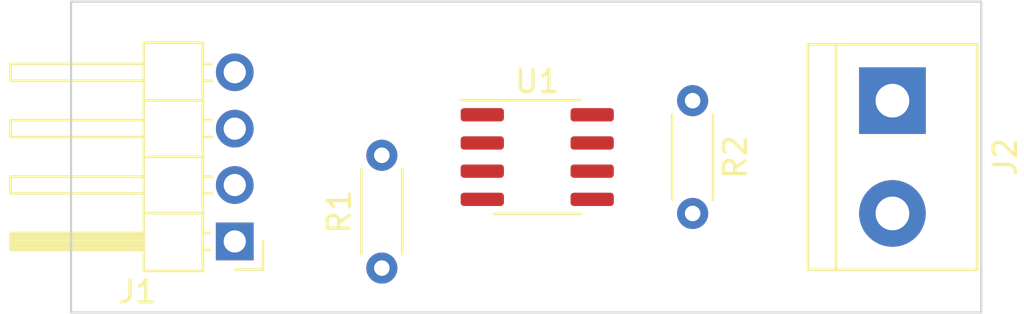
<source format=kicad_pcb>
(kicad_pcb (version 20211014) (generator pcbnew)
  (layers (0 "F.Cu" signal) (31 "B.Cu" signal) (34 "B.Paste" user) (35 "F.Paste" user) (36 "B.SilkS" user "B.Silkscreen") (37 "F.SilkS" user "F.Silkscreen") (38 "B.Mask" user) (39 "F.Mask" user) (44 "Edge.Cuts" user))
  (net 0 "")
  (net 1 "/D")
  (net 2 "/R")
  (net 3 "GND")
  (net 4 "Net-(J1-Pad4)")
  (net 5 "/CANH")
  (net 6 "/CANL")
  (net 7 "Net-(R1-Pad1)")
  (footprint "Resistor_THT:R_Axial_DIN0204_L3.6mm_D1.6mm_P5.08mm_Horizontal" (layer "F.Cu") (at 167 97.46 -90)
    (fp_text reference "R2" (at 2.54 -1.92 90) (layer "F.SilkS"))
    (fp_text value "120")
    (fp_line (start 0.62 -0.92) (end 4.46 -0.92) (layer "F.SilkS") (width 0.12))
    (fp_line (start 0.62 0.92) (end 4.46 0.92) (layer "F.SilkS") (width 0.12))
    (pad "1" thru_hole circle (at 0 0 270) (size 1.4 1.4) (drill 0.7) (layers *.Cu *.Mask) (net 5 "/CANH"))
    (pad "2" thru_hole oval (at 5.08 0 270) (size 1.4 1.4) (drill 0.7) (layers *.Cu *.Mask) (net 6 "/CANL"))
  )
  (footprint "Connector_PinHeader_2.54mm:PinHeader_1x04_P2.54mm_Horizontal" (layer "F.Cu") (at 146.375 103.8 180)
    (fp_text reference "J1" (at 4.385 -2.27) (layer "F.SilkS"))
    (fp_text value "Conn_01x04")
    (fp_line (start 1.042929 2.92) (end 1.44 2.92) (layer "F.SilkS") (width 0.12))
    (fp_line (start 10.1 8) (end 4.1 8) (layer "F.SilkS") (width 0.12))
    (fp_line (start 1.042929 7.24) (end 1.44 7.24) (layer "F.SilkS") (width 0.12))
    (fp_line (start 1.042929 4.7) (end 1.44 4.7) (layer "F.SilkS") (width 0.12))
    (fp_line (start 4.1 -1.33) (end 1.44 -1.33) (layer "F.SilkS") (width 0.12))
    (fp_line (start 1.44 8.95) (end 4.1 8.95) (layer "F.SilkS") (width 0.12))
    (fp_line (start 4.1 0.04) (end 10.1 0.04) (layer "F.SilkS") (width 0.12))
    (fp_line (start -1.27 -1.27) (end 0 -1.27) (layer "F.SilkS") (width 0.12))
    (fp_line (start -1.27 0) (end -1.27 -1.27) (layer "F.SilkS") (width 0.12))
    (fp_line (start 10.1 -0.38) (end 10.1 0.38) (layer "F.SilkS") (width 0.12))
    (fp_line (start 1.44 3.81) (end 4.1 3.81) (layer "F.SilkS") (width 0.12))
    (fp_line (start 4.1 -0.08) (end 10.1 -0.08) (layer "F.SilkS") (width 0.12))
    (fp_line (start 4.1 4.7) (end 10.1 4.7) (layer "F.SilkS") (width 0.12))
    (fp_line (start 4.1 8.95) (end 4.1 -1.33) (layer "F.SilkS") (width 0.12))
    (fp_line (start 4.1 2.16) (end 10.1 2.16) (layer "F.SilkS") (width 0.12))
    (fp_line (start 10.1 2.92) (end 4.1 2.92) (layer "F.SilkS") (width 0.12))
    (fp_line (start 1.042929 5.46) (end 1.44 5.46) (layer "F.SilkS") (width 0.12))
    (fp_line (start 1.042929 2.16) (end 1.44 2.16) (layer "F.SilkS") (width 0.12))
    (fp_line (start 1.11 0.38) (end 1.44 0.38) (layer "F.SilkS") (width 0.12))
    (fp_line (start 4.1 -0.32) (end 10.1 -0.32) (layer "F.SilkS") (width 0.12))
    (fp_line (start 1.44 1.27) (end 4.1 1.27) (layer "F.SilkS") (width 0.12))
    (fp_line (start 1.44 -1.33) (end 1.44 8.95) (layer "F.SilkS") (width 0.12))
    (fp_line (start 4.1 -0.38) (end 10.1 -0.38) (layer "F.SilkS") (width 0.12))
    (fp_line (start 4.1 -0.2) (end 10.1 -0.2) (layer "F.SilkS") (width 0.12))
    (fp_line (start 1.44 6.35) (end 4.1 6.35) (layer "F.SilkS") (width 0.12))
    (fp_line (start 4.1 0.16) (end 10.1 0.16) (layer "F.SilkS") (width 0.12))
    (fp_line (start 10.1 0.38) (end 4.1 0.38) (layer "F.SilkS") (width 0.12))
    (fp_line (start 10.1 2.16) (end 10.1 2.92) (layer "F.SilkS") (width 0.12))
    (fp_line (start 10.1 7.24) (end 10.1 8) (layer "F.SilkS") (width 0.12))
    (fp_line (start 1.042929 8) (end 1.44 8) (layer "F.SilkS") (width 0.12))
    (fp_line (start 10.1 4.7) (end 10.1 5.46) (layer "F.SilkS") (width 0.12))
    (fp_line (start 10.1 5.46) (end 4.1 5.46) (layer "F.SilkS") (width 0.12))
    (fp_line (start 4.1 0.28) (end 10.1 0.28) (layer "F.SilkS") (width 0.12))
    (fp_line (start 4.1 7.24) (end 10.1 7.24) (layer "F.SilkS") (width 0.12))
    (fp_line (start 1.11 -0.38) (end 1.44 -0.38) (layer "F.SilkS") (width 0.12))
    (pad "1" thru_hole rect (at 0 0 180) (size 1.7 1.7) (drill 1) (layers *.Cu *.Mask) (net 1 "/D"))
    (pad "2" thru_hole oval (at 0 2.54 180) (size 1.7 1.7) (drill 1) (layers *.Cu *.Mask) (net 2 "/R"))
    (pad "3" thru_hole oval (at 0 5.08 180) (size 1.7 1.7) (drill 1) (layers *.Cu *.Mask) (net 3 "GND"))
    (pad "4" thru_hole oval (at 0 7.62 180) (size 1.7 1.7) (drill 1) (layers *.Cu *.Mask) (net 4 "Net-(J1-Pad4)"))
  )
  (footprint "Resistor_THT:R_Axial_DIN0204_L3.6mm_D1.6mm_P5.08mm_Horizontal" (layer "F.Cu") (at 153 105 90)
    (fp_text reference "R1" (at 2.54 -1.92 90) (layer "F.SilkS"))
    (fp_text value "10k")
    (fp_line (start 0.62 -0.92) (end 4.46 -0.92) (layer "F.SilkS") (width 0.12))
    (fp_line (start 0.62 0.92) (end 4.46 0.92) (layer "F.SilkS") (width 0.12))
    (pad "1" thru_hole circle (at 0 0 90) (size 1.4 1.4) (drill 0.7) (layers *.Cu *.Mask) (net 7 "Net-(R1-Pad1)"))
    (pad "2" thru_hole oval (at 5.08 0 90) (size 1.4 1.4) (drill 0.7) (layers *.Cu *.Mask) (net 3 "GND"))
  )
  (footprint "Package_SO:SOIC-8_3.9x4.9mm_P1.27mm" (layer "F.Cu") (at 160 100)
    (fp_text reference "U1" (at 0 -3.4) (layer "F.SilkS"))
    (fp_text value "SN65HVD230")
    (fp_line (start 0 -2.56) (end 1.95 -2.56) (layer "F.SilkS") (width 0.12))
    (fp_line (start 0 2.56) (end -1.95 2.56) (layer "F.SilkS") (width 0.12))
    (fp_line (start 0 -2.56) (end -3.45 -2.56) (layer "F.SilkS") (width 0.12))
    (fp_line (start 0 2.56) (end 1.95 2.56) (layer "F.SilkS") (width 0.12))
    (pad "1" smd roundrect (at -2.475 -1.905) (size 1.95 0.6) (layers "F.Cu" "F.Paste" "F.Mask") (net 1 "/D"))
    (pad "2" smd roundrect (at -2.475 -0.635) (size 1.95 0.6) (layers "F.Cu" "F.Paste" "F.Mask") (net 3 "GND"))
    (pad "3" smd roundrect (at -2.475 0.635) (size 1.95 0.6) (layers "F.Cu" "F.Paste" "F.Mask") (net 4 "Net-(J1-Pad4)"))
    (pad "4" smd roundrect (at -2.475 1.905) (size 1.95 0.6) (layers "F.Cu" "F.Paste" "F.Mask") (net 2 "/R"))
    (pad "5" smd roundrect (at 2.475 1.905) (size 1.95 0.6) (layers "F.Cu" "F.Paste" "F.Mask"))
    (pad "6" smd roundrect (at 2.475 0.635) (size 1.95 0.6) (layers "F.Cu" "F.Paste" "F.Mask") (net 6 "/CANL"))
    (pad "7" smd roundrect (at 2.475 -0.635) (size 1.95 0.6) (layers "F.Cu" "F.Paste" "F.Mask") (net 5 "/CANH"))
    (pad "8" smd roundrect (at 2.475 -1.905) (size 1.95 0.6) (layers "F.Cu" "F.Paste" "F.Mask") (net 7 "Net-(R1-Pad1)"))
  )
  (footprint "TerminalBlock:TerminalBlock_bornier-2_P5.08mm" (layer "F.Cu") (at 176 97.46 -90)
    (fp_text reference "J2" (at 2.54 -5.08 90) (layer "F.SilkS"))
    (fp_text value "Conn_01x02")
    (fp_line (start -2.54 3.81) (end 7.62 3.81) (layer "F.SilkS") (width 0.12))
    (fp_line (start 7.62 3.81) (end 7.62 -3.81) (layer "F.SilkS") (width 0.12))
    (fp_line (start -2.54 -3.81) (end -2.54 3.81) (layer "F.SilkS") (width 0.12))
    (fp_line (start 7.62 2.54) (end -2.54 2.54) (layer "F.SilkS") (width 0.12))
    (fp_line (start 7.62 -3.81) (end -2.54 -3.81) (layer "F.SilkS") (width 0.12))
    (pad "1" thru_hole rect (at 0 0 270) (size 3 3) (drill 1.52) (layers *.Cu *.Mask) (net 5 "/CANH"))
    (pad "2" thru_hole circle (at 5.08 0 270) (size 3 3) (drill 1.52) (layers *.Cu *.Mask) (net 6 "/CANL"))
  )
  (gr_rect (start 180 107) (end 139 93) (layer "Edge.Cuts") (width 0.1) (fill none))
)
</source>
